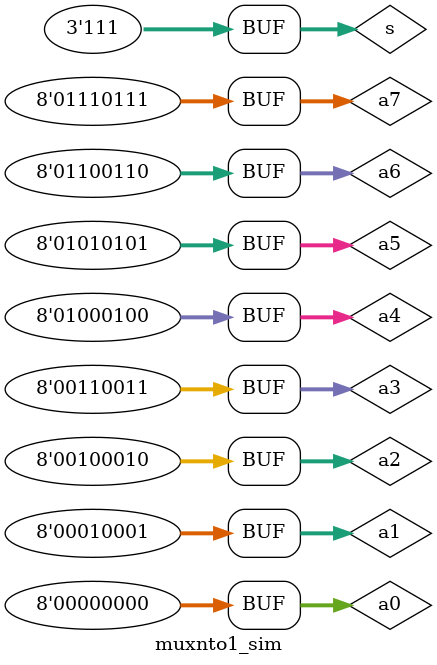
<source format=v>
`timescale 1ns / 1ps

module muxnto1_sim(

    );
    // input
    reg [7:0] a0 = 8'b00000000;
    reg [7:0] a1 = 8'b00010001;
    reg [7:0] a2 = 8'b00100010;
    reg [7:0] a3 = 8'b00110011;
    reg [7:0] a4 = 8'b01000100;
    reg [7:0] a5 = 8'b01010101;
    reg [7:0] a6 = 8'b01100110;
    reg [7:0] a7 = 8'b01110111;
    
    reg [2:0] s = 3'b000;
    
    //output
    wire [7:0] q;
    
    muxnto1 #(3,8) u(.a0(a0),.a1(a1),.a2(a2),.a3(a3),.a4(a4),.a5(a5),.a6(a6),.a7(a7),.s(s),.q(q));
    
    initial begin
    #200 s = 3'b001;
    #200 s = 3'b010;
    #200 s = 3'b011;
    #200 s = 3'b100;
    #200 s = 3'b101;
    #200 s = 3'b110;
    #200 s = 3'b111;
    end
endmodule


</source>
